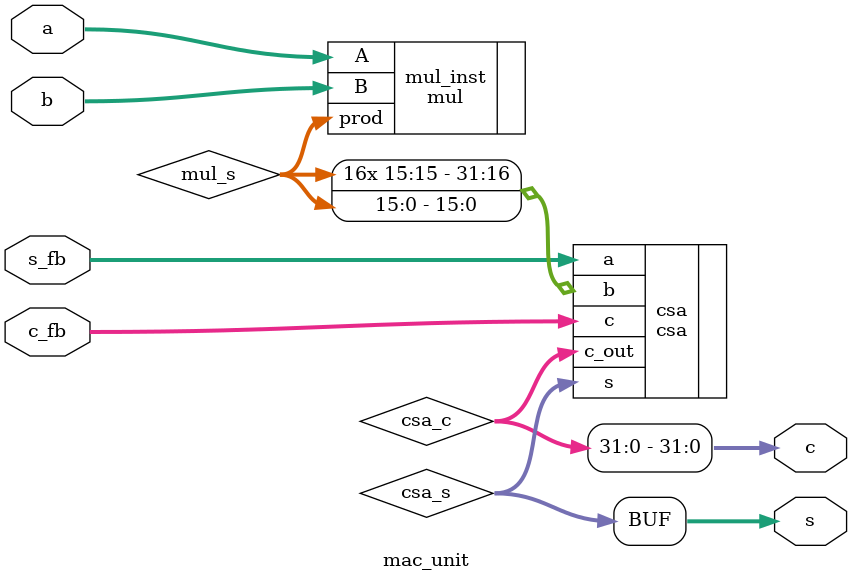
<source format=sv>
module mac_unit(
                         input [7:0] a,
                         input [7:0] b,
                         input [31:0] s_fb,
                         input [31:0] c_fb,
                         output [31:0] c,
                         output [31:0] s
);

    wire [15:0] mul_s;
    wire [32:0] csa_c;
    wire [31:0] csa_s;

    mul mul_inst (
             .A(a),
             .B(b),
             .prod(mul_s)
    );

    csa #(.WIDTH(32)) csa (
                            .a(s_fb),
                            .b({{16{mul_s[15]}}, mul_s}),
                            .c(c_fb),
                            .c_out(csa_c),
                            .s(csa_s)
    );

    assign c = csa_c[31:0];
    assign s = csa_s[31:0];
endmodule
</source>
